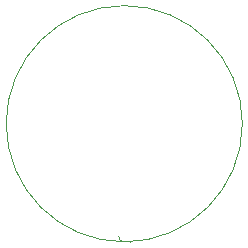
<source format=gbr>
G04 Created with the python gerber_writer 0.4.1.2*
G04 #@! TF.CreationDate,2023-09-20T21:24:18.677722*
G04 #@! TF.FileFunction,Other,Test short chord*
G04 #@! TF.FilePolarity,Positive*
%MOMM*%
%FSLAX06Y06*%
G75*
G04 #@! TA.AperFunction,Conductor*
G04 #@! TAShape,Circle,0.04*
%ADD10C,0.04*%
G04 #@! TD*
%LPD*%
D10*
X-2000000Y2000000D02*
G03*
X-1500000Y1500000I500000J0D01*
G02*
X-1499800Y1500000I99J10000000D01*
X-1000000Y1500000D02*
G03*
X-999800Y1500000D01*
X0Y1500000D02*
X200Y1500000I100J299D01*
M02*
</source>
